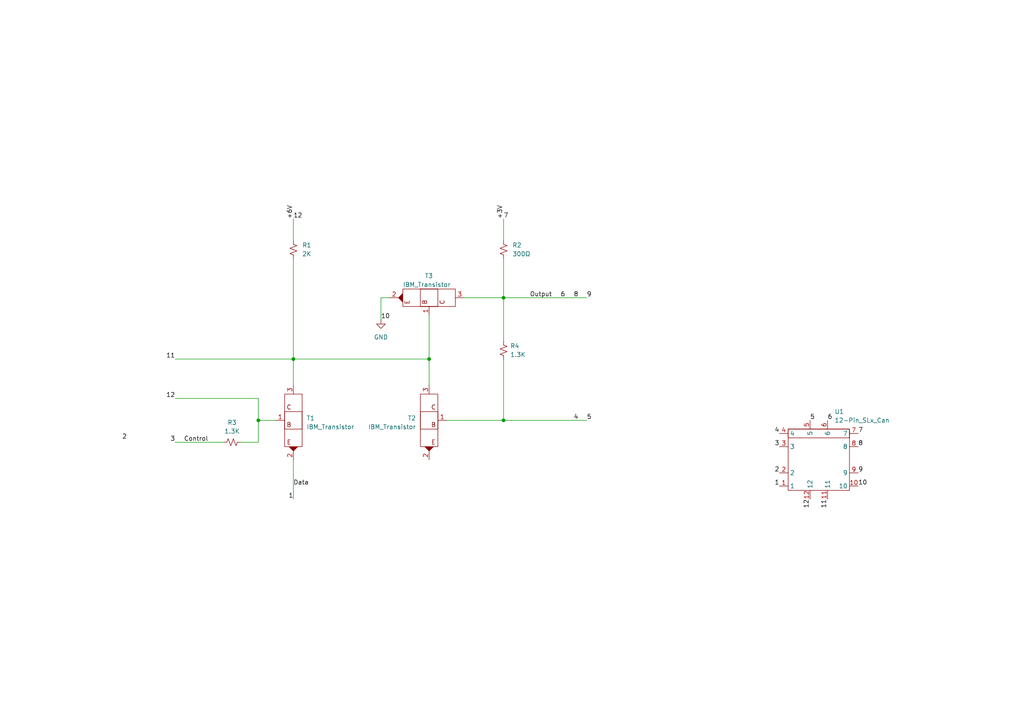
<source format=kicad_sch>
(kicad_sch (version 20211123) (generator eeschema)
  (paper "A4")
  (lib_symbols
    (symbol "Device:R_Small_US" (pin_numbers hide) (pin_names (offset 0.254) hide)
      (property "Reference" "R" (at 0.762 0.508 0))
      (property "Value" "R_Small_US" (at 0.762 -1.016 0))
      (symbol "R_Small_US_1_1"
        (polyline (pts (xy 0 0) (xy 1.016 -0.381) (xy 0 -0.762) (xy -1.016 -1.143) (xy 0 -1.524)))
        (polyline (pts (xy 0 1.524) (xy 1.016 1.143) (xy 0 0.762) (xy -1.016 0.381) (xy 0 0)))
        (pin passive line (at 0 2.54 270) (length 1.016) (name "~") (number "1"))
        (pin passive line (at 0 -2.54 90) (length 1.016) (name "~") (number "2"))
      )
    )
    (symbol "IBM_SLT-SLD:12-Pin_SLx_Can"
      (property "Reference" "U" (at 0 -2.54 0))
      (property "Value" "12-Pin_SLx_Can" (at 0 0 0))
      (symbol "12-Pin_SLx_Can_0_1"
        (rectangle (start -8.89 8.89) (end 8.89 -8.89))
        (rectangle (start -8.89 8.89) (end 8.89 6.35))
      )
      (symbol "12-Pin_SLx_Can_1_1"
        (pin passive line (at -11.43 -7.62 0) (length 2.54) (name "1") (number "1"))
        (pin passive line (at 11.43 -7.62 180) (length 2.54) (name "10") (number "10"))
        (pin passive line (at 2.54 -11.43 90) (length 2.54) (name "11") (number "11"))
        (pin passive line (at -2.54 -11.43 90) (length 2.54) (name "12") (number "12"))
        (pin passive line (at -11.43 -3.81 0) (length 2.54) (name "2") (number "2"))
        (pin passive line (at -11.43 3.81 0) (length 2.54) (name "3") (number "3"))
        (pin passive line (at -11.43 7.62 0) (length 2.54) (name "4") (number "4"))
        (pin passive line (at -2.54 11.43 270) (length 2.54) (name "5") (number "5"))
        (pin passive line (at 2.54 11.43 270) (length 2.54) (name "6") (number "6"))
        (pin passive line (at 11.43 7.62 180) (length 2.54) (name "7") (number "7"))
        (pin passive line (at 11.43 3.81 180) (length 2.54) (name "8") (number "8"))
        (pin passive line (at 11.43 -3.81 180) (length 2.54) (name "9") (number "9"))
      )
    )
    (symbol "IBM_SLT-SLD:IBM_Transistor"
      (property "Reference" "T" (at 0 5.08 0))
      (property "Value" "IBM_Transistor" (at 7.62 8.89 0))
      (symbol "IBM_Transistor_0_0"
        (text "B" (at -1.27 -1.27 0) (effects (font (size 1.27 1.27))))
        (text "C" (at -1.27 3.81 0) (effects (font (size 1.27 1.27))))
        (text "E" (at -1.27 -6.35 0) (effects (font (size 1.27 1.27))))
      )
      (symbol "IBM_Transistor_0_1"
        (rectangle (start -2.54 2.54) (end 2.54 -2.54))
        (rectangle (start -2.54 7.62) (end 2.54 -7.62))
        (polyline (pts (xy -1.27 -7.62) (xy 0 -8.89) (xy 1.27 -7.62)) (fill (type outline)))
      )
      (symbol "IBM_Transistor_1_1"
        (pin passive line (at -5.08 0 0) (length 2.54) (name "B") (number "1"))
        (pin passive line (at 0 -11.43 90) (length 2.54) (name "E") (number "2"))
        (pin passive line (at 0 10.16 270) (length 2.54) (name "C") (number "3"))
      )
    )
    (symbol "power:GND" (power) (pin_names (offset 0))
      (property "Value" "GND" (at 0 -3.81 0))
      (symbol "GND_0_1"
        (polyline (pts (xy 0 0) (xy 0 -1.27) (xy 1.27 -1.27) (xy 0 -2.54) (xy -1.27 -1.27) (xy 0 -1.27)))
      )
      (symbol "GND_1_1"
        (pin power_in line (at 0 0 270) (length 0) hide (name "GND") (number "1"))
      )
    )
  )
  (junction (at 146.05 86.36))
  (junction (at 146.05 121.92))
  (junction (at 85.09 104.14))
  (junction (at 124.46 104.14))
  (junction (at 74.93 121.92))
  (wire (pts (xy 85.09 63.5) (xy 85.09 69.85)))
  (wire (pts (xy 85.09 74.93) (xy 85.09 104.14)))
  (wire (pts (xy 69.85 128.27) (xy 74.93 128.27)))
  (wire (pts (xy 50.8 104.14) (xy 85.09 104.14)))
  (wire (pts (xy 50.8 115.57) (xy 74.93 115.57)))
  (wire (pts (xy 74.93 115.57) (xy 74.93 121.92)))
  (wire (pts (xy 129.54 121.92) (xy 146.05 121.92)))
  (wire (pts (xy 134.62 86.36) (xy 146.05 86.36)))
  (wire (pts (xy 146.05 86.36) (xy 146.05 99.06)))
  (wire (pts (xy 85.09 104.14) (xy 124.46 104.14)))
  (wire (pts (xy 50.8 128.27) (xy 64.77 128.27)))
  (wire (pts (xy 124.46 91.44) (xy 124.46 104.14)))
  (wire (pts (xy 146.05 86.36) (xy 146.05 74.93)))
  (wire (pts (xy 146.05 86.36) (xy 170.18 86.36)))
  (wire (pts (xy 85.09 133.35) (xy 85.09 144.78)))
  (wire (pts (xy 146.05 63.5) (xy 146.05 69.85)))
  (wire (pts (xy 85.09 104.14) (xy 85.09 111.76)))
  (wire (pts (xy 113.03 86.36) (xy 110.49 86.36)))
  (wire (pts (xy 74.93 121.92) (xy 80.01 121.92)))
  (wire (pts (xy 146.05 121.92) (xy 170.18 121.92)))
  (wire (pts (xy 124.46 104.14) (xy 124.46 111.76)))
  (wire (pts (xy 110.49 86.36) (xy 110.49 92.71)))
  (wire (pts (xy 74.93 128.27) (xy 74.93 121.92)))
  (wire (pts (xy 146.05 121.92) (xy 146.05 104.14)))
  (label "8" (at 166.37 86.36 0))
  (label "9" (at 248.92 137.16 0))
  (label "7" (at 248.92 125.73 0))
  (label "9" (at 170.18 86.36 0))
  (label "5" (at 170.18 121.92 0))
  (label "12" (at 50.8 115.57 180))
  (label "11" (at 50.8 104.14 180))
  (label "3" (at 50.8 128.27 180))
  (label "5" (at 234.95 121.92 0))
  (label "11" (at 240.03 144.78 270))
  (label "Output" (at 153.67 86.36 0))
  (label "7" (at 146.05 63.5 0))
  (label "Control" (at 53.34 128.27 0))
  (label "12" (at 85.09 63.5 0))
  (label "2" (at 36.83 127.635 180))
  (label "4" (at 226.06 125.73 180))
  (label "10" (at 248.92 140.97 0))
  (label "3" (at 226.06 129.54 180))
  (label "4" (at 166.37 121.92 0))
  (label "8" (at 248.92 129.54 0))
  (label "1" (at 226.06 140.97 180))
  (label "+6V" (at 85.09 63.5 90))
  (label "12" (at 234.95 144.78 270))
  (label "2" (at 226.06 137.16 180))
  (label "6" (at 162.56 86.36 0))
  (label "+3V" (at 146.05 63.5 90))
  (label "Data" (at 85.09 140.97 0))
  (label "6" (at 240.03 121.92 0))
  (label "10" (at 110.49 92.71 0))
  (label "1" (at 85.09 144.78 180))
  (symbol (lib_id "IBM_SLT-SLD:IBM_Transistor") (at 124.46 86.36 270) (mirror x) (unit 1)
    (property "Reference" "T3" (at 123.19 80.01 90) (effects (justify left)))
    (property "Value" "IBM_Transistor" (at 116.84 82.55 90) (effects (justify left)))
  )
  (symbol (lib_id "IBM_SLT-SLD:IBM_Transistor") (at 124.46 121.92 0) (mirror y) (unit 1)
    (property "Reference" "T2" (at 120.65 121.2849 0) (effects (justify left)))
    (property "Value" "IBM_Transistor" (at 120.65 123.8249 0) (effects (justify left)))
  )
  (symbol (lib_id "Device:R_Small_US") (at 85.09 72.39 180) (unit 1)
    (property "Reference" "R1" (at 87.63 71.1199 0) (effects (justify right)))
    (property "Value" "2K" (at 87.63 73.6599 0) (effects (justify right)))
    (property "Footprint" "Resistor_SMD:R_0201_0603Metric" (effects hide))
  )
  (symbol (lib_id "Device:R_Small_US") (at 67.31 128.27 90) (unit 1)
    (property "Reference" "R3" (at 67.31 122.555 90))
    (property "Value" "1.3K" (at 67.31 125.095 90))
    (property "Footprint" "Resistor_SMD:R_0201_0603Metric" (effects hide))
  )
  (symbol (lib_id "IBM_SLT-SLD:12-Pin_SLx_Can") (at 237.49 133.35 0) (unit 1)
    (property "Reference" "U1" (at 242.0494 119.38 0) (effects (justify left)))
    (property "Value" "12-Pin_SLx_Can" (at 242.0494 121.92 0) (effects (justify left)))
    (property "Footprint" "IBM_SLT-SLD:12-Pin_SLx_Can" (effects hide))
  )
  (symbol (lib_id "IBM_SLT-SLD:IBM_Transistor") (at 85.09 121.92 0) (unit 1)
    (property "Reference" "T1" (at 88.9 121.2849 0) (effects (justify left)))
    (property "Value" "IBM_Transistor" (at 88.9 123.8249 0) (effects (justify left)))
  )
  (symbol (lib_id "Device:R_Small_US") (at 146.05 72.39 0) (unit 1)
    (property "Reference" "R2" (at 148.59 71.1199 0) (effects (justify left)))
    (property "Value" "300Ω" (at 148.59 73.6599 0) (effects (justify left)))
    (property "Footprint" "Resistor_SMD:R_0201_0603Metric" (effects hide))
  )
  (symbol (lib_id "Device:R_Small_US") (at 146.05 101.6 0) (unit 1)
    (property "Reference" "R4" (at 147.955 100.3299 0) (effects (justify left)))
    (property "Value" "1.3K" (at 147.955 102.8699 0) (effects (justify left)))
    (property "Footprint" "Resistor_SMD:R_0201_0603Metric" (effects hide))
  )
  (symbol (lib_id "power:GND") (at 110.49 92.71 0) (unit 1)
    (property "Reference" "#PWR?" (effects hide))
    (property "Value" "GND" (at 110.49 97.79 0))
  )
)
</source>
